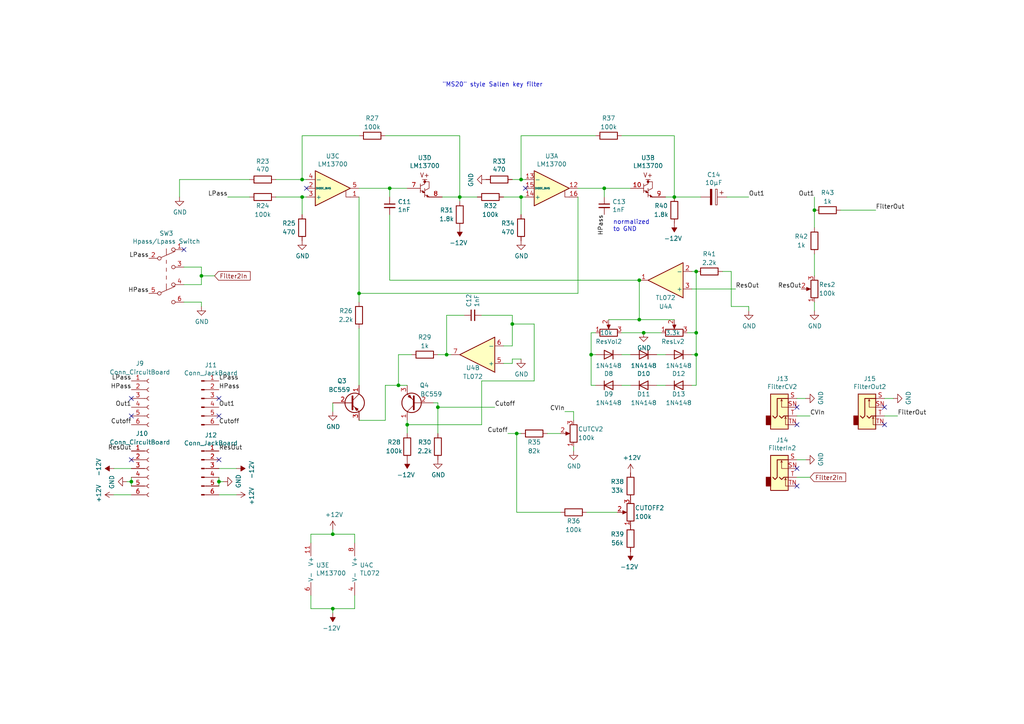
<source format=kicad_sch>
(kicad_sch (version 20211123) (generator eeschema)
  (paper "A4")
  (lib_symbols
    (symbol "Amplifier_Operational:LM13700" (pin_names (offset 0.127))
      (property "Reference" "U" (at 3.81 5.08 0))
      (property "Value" "LM13700" (at 5.08 -5.08 0))
      (symbol "LM13700_1_1"
        (polyline (pts (xy 3.81 -0.635) (xy 3.81 -2.54) (xy 5.08 -2.54)))
        (polyline (pts (xy 5.08 0) (xy -5.08 -5.08) (xy -5.08 5.08) (xy 5.08 0)) (stroke (width 0.254)) (fill (type background)))
        (pin output line (at 7.62 0 180) (length 2.54) (name "~") (number "12"))
        (pin input line (at -7.62 2.54 0) (length 2.54) (name "-") (number "13"))
        (pin input line (at -7.62 -2.54 0) (length 2.54) (name "+") (number "14"))
        (pin input line (at -7.62 0 0) (length 2.54) (name "DIODE_BIAS") (number "15"))
        (pin input line (at 7.62 -2.54 180) (length 2.54) (name "~") (number "16"))
      )
      (symbol "LM13700_2_0"
        (polyline (pts (xy -1.905 2.54) (xy -3.175 2.54)))
      )
      (symbol "LM13700_2_1"
        (circle (center -2.54 1.905) (radius 0.254) (stroke (width 0.254)) (fill (type outline)))
        (polyline (pts (xy -3.81 -0.635) (xy -2.54 -1.27)))
        (polyline (pts (xy -3.81 1.27) (xy -3.81 -1.27)))
        (polyline (pts (xy -2.54 -1.905) (xy -1.27 -2.54)))
        (polyline (pts (xy -2.54 0) (xy -2.54 -2.54)))
        (polyline (pts (xy -3.81 0.635) (xy -2.54 1.27) (xy -2.54 1.905) (xy -2.54 2.54)))
        (polyline (pts (xy -2.54 -1.27) (xy -3.175 -0.635) (xy -3.175 -1.27) (xy -2.54 -1.27)) (fill (type outline)))
        (polyline (pts (xy -2.54 -0.635) (xy -1.27 0) (xy -1.27 1.905) (xy -2.54 1.905)))
        (polyline (pts (xy -1.27 -2.54) (xy -1.905 -1.905) (xy -1.905 -2.54) (xy -1.27 -2.54)) (fill (type outline)))
        (text "V+" (at -2.54 3.81 0) (effects (font (size 1.27 1.27))))
        (pin input line (at -7.62 0 0) (length 3.81) (name "~") (number "10"))
        (pin output line (at 2.54 -2.54 180) (length 3.81) (name "~") (number "9"))
      )
      (symbol "LM13700_3_1"
        (polyline (pts (xy 3.81 -0.635) (xy 3.81 -2.54) (xy 5.08 -2.54)))
        (polyline (pts (xy 5.08 0) (xy -5.08 -5.08) (xy -5.08 5.08) (xy 5.08 0)) (stroke (width 0.254)) (fill (type background)))
        (pin input line (at 7.62 -2.54 180) (length 2.54) (name "~") (number "1"))
        (pin input line (at -7.62 0 0) (length 2.54) (name "DIODE_BIAS") (number "2"))
        (pin input line (at -7.62 -2.54 0) (length 2.54) (name "+") (number "3"))
        (pin input line (at -7.62 2.54 0) (length 2.54) (name "-") (number "4"))
        (pin output line (at 7.62 0 180) (length 2.54) (name "~") (number "5"))
      )
      (symbol "LM13700_4_0"
        (polyline (pts (xy -3.175 2.54) (xy -1.905 2.54)))
        (text "V+" (at -2.54 3.81 0) (effects (font (size 1.27 1.27))))
      )
      (symbol "LM13700_4_1"
        (circle (center -2.54 1.905) (radius 0.254) (stroke (width 0.254)) (fill (type outline)))
        (polyline (pts (xy -3.81 -0.635) (xy -2.54 -1.27)))
        (polyline (pts (xy -3.81 1.27) (xy -3.81 -1.27)))
        (polyline (pts (xy -2.54 -1.905) (xy -1.27 -2.54)))
        (polyline (pts (xy -2.54 0) (xy -2.54 -2.54)))
        (polyline (pts (xy -3.81 0.635) (xy -2.54 1.27) (xy -2.54 2.54)))
        (polyline (pts (xy -2.54 -1.27) (xy -3.175 -0.635) (xy -3.175 -1.27) (xy -2.54 -1.27)) (fill (type outline)))
        (polyline (pts (xy -2.54 -0.635) (xy -1.27 0) (xy -1.27 1.905) (xy -2.54 1.905)))
        (polyline (pts (xy -1.27 -2.54) (xy -1.905 -1.905) (xy -1.905 -2.54) (xy -1.27 -2.54)) (fill (type outline)))
        (pin input line (at -7.62 0 0) (length 3.81) (name "~") (number "7"))
        (pin output line (at 2.54 -2.54 180) (length 3.81) (name "~") (number "8"))
      )
      (symbol "LM13700_5_1"
        (pin power_in line (at -2.54 7.62 270) (length 3.81) (name "V+") (number "11"))
        (pin power_in line (at -2.54 -7.62 90) (length 3.81) (name "V-") (number "6"))
      )
    )
    (symbol "Amplifier_Operational:TL072" (pin_names (offset 0.127))
      (property "Reference" "U" (at 0 5.08 0))
      (property "Value" "TL072" (at 0 -5.08 0))
      (symbol "TL072_1_1"
        (polyline (pts (xy -5.08 5.08) (xy 5.08 0) (xy -5.08 -5.08) (xy -5.08 5.08)) (stroke (width 0.254)) (fill (type background)))
        (pin output line (at 7.62 0 180) (length 2.54) (name "~") (number "1"))
        (pin input line (at -7.62 -2.54 0) (length 2.54) (name "-") (number "2"))
        (pin input line (at -7.62 2.54 0) (length 2.54) (name "+") (number "3"))
      )
      (symbol "TL072_2_1"
        (polyline (pts (xy -5.08 5.08) (xy 5.08 0) (xy -5.08 -5.08) (xy -5.08 5.08)) (stroke (width 0.254)) (fill (type background)))
        (pin input line (at -7.62 2.54 0) (length 2.54) (name "+") (number "5"))
        (pin input line (at -7.62 -2.54 0) (length 2.54) (name "-") (number "6"))
        (pin output line (at 7.62 0 180) (length 2.54) (name "~") (number "7"))
      )
      (symbol "TL072_3_1"
        (pin power_in line (at -2.54 -7.62 90) (length 3.81) (name "V-") (number "4"))
        (pin power_in line (at -2.54 7.62 270) (length 3.81) (name "V+") (number "8"))
      )
    )
    (symbol "Connector:AudioJack2_Switch"
      (property "Reference" "J" (at 0 11.43 0))
      (property "Value" "AudioJack2_Switch" (at 0 8.89 0))
      (symbol "AudioJack2_Switch_0_1"
        (rectangle (start -2.54 0) (end -3.81 -2.54) (stroke (width 0.254)) (fill (type outline)))
        (rectangle (start 2.54 6.35) (end -2.54 -3.81) (stroke (width 0.254)) (fill (type background)))
      )
      (symbol "AudioJack2_Switch_1_1"
        (polyline (pts (xy 0.635 4.826) (xy 0.889 4.318)))
        (polyline (pts (xy 1.778 -0.254) (xy 2.032 -0.762)))
        (polyline (pts (xy 0 0) (xy 0.635 -0.635) (xy 1.27 0) (xy 2.54 0)) (stroke (width 0.254)))
        (polyline (pts (xy 2.54 -2.54) (xy 1.778 -2.54) (xy 1.778 -0.254) (xy 1.524 -0.762)))
        (polyline (pts (xy 2.54 2.54) (xy 0.635 2.54) (xy 0.635 4.826) (xy 0.381 4.318)))
        (polyline (pts (xy 2.54 5.08) (xy -0.635 5.08) (xy -0.635 0) (xy -1.27 -0.635) (xy -1.905 0)) (stroke (width 0.254)))
        (pin passive line (at 5.08 5.08 180) (length 2.54) (name "~") (number "S"))
        (pin passive line (at 5.08 2.54 180) (length 2.54) (name "~") (number "SN"))
        (pin passive line (at 5.08 0 180) (length 2.54) (name "~") (number "T"))
        (pin passive line (at 5.08 -2.54 180) (length 2.54) (name "~") (number "TN"))
      )
    )
    (symbol "Connector:Conn_01x06_Female" (pin_names (offset 1.016) hide)
      (property "Reference" "J" (at 0 7.62 0))
      (property "Value" "Conn_01x06_Female" (at 0 -10.16 0))
      (symbol "Conn_01x06_Female_1_1"
        (arc (start 0 -7.112) (mid -0.508 -7.62) (end 0 -8.128) (stroke (width 0.1524)))
        (arc (start 0 -4.572) (mid -0.508 -5.08) (end 0 -5.588) (stroke (width 0.1524)))
        (arc (start 0 -2.032) (mid -0.508 -2.54) (end 0 -3.048) (stroke (width 0.1524)))
        (polyline (pts (xy -1.27 -7.62) (xy -0.508 -7.62)) (stroke (width 0.1524)))
        (polyline (pts (xy -1.27 -5.08) (xy -0.508 -5.08)) (stroke (width 0.1524)))
        (polyline (pts (xy -1.27 -2.54) (xy -0.508 -2.54)) (stroke (width 0.1524)))
        (polyline (pts (xy -1.27 0) (xy -0.508 0)) (stroke (width 0.1524)))
        (polyline (pts (xy -1.27 2.54) (xy -0.508 2.54)) (stroke (width 0.1524)))
        (polyline (pts (xy -1.27 5.08) (xy -0.508 5.08)) (stroke (width 0.1524)))
        (arc (start 0 0.508) (mid -0.508 0) (end 0 -0.508) (stroke (width 0.1524)))
        (arc (start 0 3.048) (mid -0.508 2.54) (end 0 2.032) (stroke (width 0.1524)))
        (arc (start 0 5.588) (mid -0.508 5.08) (end 0 4.572) (stroke (width 0.1524)))
        (pin passive line (at -5.08 5.08 0) (length 3.81) (name "Pin_1") (number "1"))
        (pin passive line (at -5.08 2.54 0) (length 3.81) (name "Pin_2") (number "2"))
        (pin passive line (at -5.08 0 0) (length 3.81) (name "Pin_3") (number "3"))
        (pin passive line (at -5.08 -2.54 0) (length 3.81) (name "Pin_4") (number "4"))
        (pin passive line (at -5.08 -5.08 0) (length 3.81) (name "Pin_5") (number "5"))
        (pin passive line (at -5.08 -7.62 0) (length 3.81) (name "Pin_6") (number "6"))
      )
    )
    (symbol "Connector:Conn_01x06_Male" (pin_names (offset 1.016) hide)
      (property "Reference" "J" (at 0 7.62 0))
      (property "Value" "Conn_01x06_Male" (at 0 -10.16 0))
      (symbol "Conn_01x06_Male_1_1"
        (polyline (pts (xy 1.27 -7.62) (xy 0.8636 -7.62)) (stroke (width 0.1524)))
        (polyline (pts (xy 1.27 -5.08) (xy 0.8636 -5.08)) (stroke (width 0.1524)))
        (polyline (pts (xy 1.27 -2.54) (xy 0.8636 -2.54)) (stroke (width 0.1524)))
        (polyline (pts (xy 1.27 0) (xy 0.8636 0)) (stroke (width 0.1524)))
        (polyline (pts (xy 1.27 2.54) (xy 0.8636 2.54)) (stroke (width 0.1524)))
        (polyline (pts (xy 1.27 5.08) (xy 0.8636 5.08)) (stroke (width 0.1524)))
        (rectangle (start 0.8636 -7.493) (end 0 -7.747) (stroke (width 0.1524)) (fill (type outline)))
        (rectangle (start 0.8636 -4.953) (end 0 -5.207) (stroke (width 0.1524)) (fill (type outline)))
        (rectangle (start 0.8636 -2.413) (end 0 -2.667) (stroke (width 0.1524)) (fill (type outline)))
        (rectangle (start 0.8636 0.127) (end 0 -0.127) (stroke (width 0.1524)) (fill (type outline)))
        (rectangle (start 0.8636 2.667) (end 0 2.413) (stroke (width 0.1524)) (fill (type outline)))
        (rectangle (start 0.8636 5.207) (end 0 4.953) (stroke (width 0.1524)) (fill (type outline)))
        (pin passive line (at 5.08 5.08 180) (length 3.81) (name "Pin_1") (number "1"))
        (pin passive line (at 5.08 2.54 180) (length 3.81) (name "Pin_2") (number "2"))
        (pin passive line (at 5.08 0 180) (length 3.81) (name "Pin_3") (number "3"))
        (pin passive line (at 5.08 -2.54 180) (length 3.81) (name "Pin_4") (number "4"))
        (pin passive line (at 5.08 -5.08 180) (length 3.81) (name "Pin_5") (number "5"))
        (pin passive line (at 5.08 -7.62 180) (length 3.81) (name "Pin_6") (number "6"))
      )
    )
    (symbol "Device:CP" (pin_numbers hide) (pin_names (offset 0.254))
      (property "Reference" "C" (at 0.635 2.54 0))
      (property "Value" "Device_CP" (at 0.635 -2.54 0))
      (symbol "CP_0_1"
        (rectangle (start -2.286 0.508) (end 2.286 1.016))
        (polyline (pts (xy -1.778 2.286) (xy -0.762 2.286)))
        (polyline (pts (xy -1.27 2.794) (xy -1.27 1.778)))
        (rectangle (start 2.286 -0.508) (end -2.286 -1.016) (fill (type outline)))
      )
      (symbol "CP_1_1"
        (pin passive line (at 0 3.81 270) (length 2.794) (name "~") (number "1"))
        (pin passive line (at 0 -3.81 90) (length 2.794) (name "~") (number "2"))
      )
    )
    (symbol "Device:C_Small" (pin_numbers hide) (pin_names (offset 0.254) hide)
      (property "Reference" "C" (at 0.254 1.778 0))
      (property "Value" "C_Small" (at 0.254 -2.032 0))
      (symbol "C_Small_0_1"
        (polyline (pts (xy -1.524 -0.508) (xy 1.524 -0.508)) (stroke (width 0.3302)))
        (polyline (pts (xy -1.524 0.508) (xy 1.524 0.508)) (stroke (width 0.3048)))
      )
      (symbol "C_Small_1_1"
        (pin passive line (at 0 2.54 270) (length 2.032) (name "~") (number "1"))
        (pin passive line (at 0 -2.54 90) (length 2.032) (name "~") (number "2"))
      )
    )
    (symbol "Device:D" (pin_numbers hide) (pin_names (offset 1.016) hide)
      (property "Reference" "D" (at 0 2.54 0))
      (property "Value" "D" (at 0 -2.54 0))
      (symbol "D_0_1"
        (polyline (pts (xy -1.27 1.27) (xy -1.27 -1.27)) (stroke (width 0.254)))
        (polyline (pts (xy 1.27 0) (xy -1.27 0)))
        (polyline (pts (xy 1.27 1.27) (xy 1.27 -1.27) (xy -1.27 0) (xy 1.27 1.27)) (stroke (width 0.254)))
      )
      (symbol "D_1_1"
        (pin passive line (at -3.81 0 0) (length 2.54) (name "K") (number "1"))
        (pin passive line (at 3.81 0 180) (length 2.54) (name "A") (number "2"))
      )
    )
    (symbol "Device:R" (pin_numbers hide) (pin_names (offset 0))
      (property "Reference" "R" (at 2.032 0 90))
      (property "Value" "R" (at 0 0 90))
      (symbol "R_0_1"
        (rectangle (start -1.016 -2.54) (end 1.016 2.54) (stroke (width 0.254)))
      )
      (symbol "R_1_1"
        (pin passive line (at 0 3.81 270) (length 1.27) (name "~") (number "1"))
        (pin passive line (at 0 -3.81 90) (length 1.27) (name "~") (number "2"))
      )
    )
    (symbol "Device:R_POT" (pin_names (offset 1.016) hide)
      (property "Reference" "RV" (at -4.445 0 90))
      (property "Value" "Device_R_POT" (at -2.54 0 90))
      (symbol "R_POT_0_1"
        (polyline (pts (xy 2.54 0) (xy 1.524 0)))
        (polyline (pts (xy 1.143 0) (xy 2.286 0.508) (xy 2.286 -0.508) (xy 1.143 0)) (fill (type outline)))
        (rectangle (start 1.016 2.54) (end -1.016 -2.54) (stroke (width 0.254)))
      )
      (symbol "R_POT_1_1"
        (pin passive line (at 0 3.81 270) (length 1.27) (name "1") (number "1"))
        (pin passive line (at 3.81 0 180) (length 1.27) (name "2") (number "2"))
        (pin passive line (at 0 -3.81 90) (length 1.27) (name "3") (number "3"))
      )
    )
    (symbol "Switch:SW_Push_DPDT" (pin_names (offset 0) hide)
      (property "Reference" "SW" (at 0 8.89 0))
      (property "Value" "SW_Push_DPDT" (at 0 -10.16 0))
      (symbol "SW_Push_DPDT_0_0"
        (circle (center -2.032 -5.08) (radius 0.508))
        (circle (center -2.032 5.08) (radius 0.508))
        (circle (center 2.032 -7.62) (radius 0.508))
        (circle (center 2.032 2.54) (radius 0.508))
      )
      (symbol "SW_Push_DPDT_0_1"
        (polyline (pts (xy -1.524 -4.826) (xy 2.54 -3.048)))
        (polyline (pts (xy -1.524 5.334) (xy 2.54 7.112)))
        (polyline (pts (xy 0 -2.286) (xy 0 -4.064)))
        (polyline (pts (xy 0 -1.016) (xy 0 0)))
        (polyline (pts (xy 0 1.27) (xy 0 2.286)))
        (polyline (pts (xy 0 3.556) (xy 0 4.572)))
        (polyline (pts (xy 0 7.874) (xy 0 6.096)))
        (circle (center 2.032 -2.54) (radius 0.508))
        (circle (center 2.032 7.62) (radius 0.508))
      )
      (symbol "SW_Push_DPDT_1_1"
        (pin passive line (at 5.08 7.62 180) (length 2.54) (name "A") (number "1"))
        (pin passive line (at -5.08 5.08 0) (length 2.54) (name "B") (number "2"))
        (pin passive line (at 5.08 2.54 180) (length 2.54) (name "C") (number "3"))
        (pin passive line (at 5.08 -2.54 180) (length 2.54) (name "A") (number "4"))
        (pin passive line (at -5.08 -5.08 0) (length 2.54) (name "B") (number "5"))
        (pin passive line (at 5.08 -7.62 180) (length 2.54) (name "C") (number "6"))
      )
    )
    (symbol "Transistor_BJT:BC559" (pin_names (offset 0) hide)
      (property "Reference" "Q" (at 5.08 1.905 0))
      (property "Value" "BC559" (at 5.08 0 0))
      (symbol "BC559_0_1"
        (polyline (pts (xy 0.635 0.635) (xy 2.54 2.54)))
        (polyline (pts (xy 0.635 -0.635) (xy 2.54 -2.54) (xy 2.54 -2.54)))
        (polyline (pts (xy 0.635 1.905) (xy 0.635 -1.905) (xy 0.635 -1.905)) (stroke (width 0.508)))
        (polyline (pts (xy 2.286 -1.778) (xy 1.778 -2.286) (xy 1.27 -1.27) (xy 2.286 -1.778) (xy 2.286 -1.778)) (fill (type outline)))
        (circle (center 1.27 0) (radius 2.8194) (stroke (width 0.254)))
      )
      (symbol "BC559_1_1"
        (pin passive line (at 2.54 5.08 270) (length 2.54) (name "C") (number "1"))
        (pin input line (at -5.08 0 0) (length 5.715) (name "B") (number "2"))
        (pin passive line (at 2.54 -5.08 90) (length 2.54) (name "E") (number "3"))
      )
    )
    (symbol "power:+12V" (power) (pin_names (offset 0))
      (property "Value" "+12V" (at 0 3.556 0))
      (symbol "+12V_0_1"
        (polyline (pts (xy -0.762 1.27) (xy 0 2.54)))
        (polyline (pts (xy 0 0) (xy 0 2.54)))
        (polyline (pts (xy 0 2.54) (xy 0.762 1.27)))
      )
      (symbol "+12V_1_1"
        (pin power_in line (at 0 0 90) (length 0) hide (name "+12V") (number "1"))
      )
    )
    (symbol "power:-12V" (power) (pin_names (offset 0))
      (property "Value" "-12V" (at 0 3.81 0))
      (symbol "-12V_0_0"
        (pin power_in line (at 0 0 90) (length 0) hide (name "-12V") (number "1"))
      )
      (symbol "-12V_0_1"
        (polyline (pts (xy 0 0) (xy 0 1.27) (xy 0.762 1.27) (xy 0 2.54) (xy -0.762 1.27) (xy 0 1.27)) (fill (type outline)))
      )
    )
    (symbol "power:GND" (power) (pin_names (offset 0))
      (property "Value" "GND" (at 0 -3.81 0))
      (symbol "GND_0_1"
        (polyline (pts (xy 0 0) (xy 0 -1.27) (xy 1.27 -1.27) (xy 0 -2.54) (xy -1.27 -1.27) (xy 0 -1.27)))
      )
      (symbol "GND_1_1"
        (pin power_in line (at 0 0 270) (length 0) hide (name "GND") (number "1"))
      )
    )
  )
  (junction (at 129.54 102.87))
  (junction (at 185.42 92.71))
  (junction (at 58.42 80.01))
  (junction (at 96.52 176.53))
  (junction (at 201.93 96.52))
  (junction (at 118.11 123.19))
  (junction (at 201.93 78.74))
  (junction (at 151.13 57.15))
  (junction (at 201.93 102.87))
  (junction (at 87.63 57.15))
  (junction (at 195.58 57.15))
  (junction (at 133.35 57.15))
  (junction (at 104.14 85.09))
  (junction (at 236.22 60.96))
  (junction (at 127 118.11))
  (junction (at 151.13 52.07))
  (junction (at 63.5 139.7))
  (junction (at 186.69 96.52))
  (junction (at 115.57 111.76))
  (junction (at 175.26 54.61))
  (junction (at 148.59 93.98))
  (junction (at 38.1 139.7))
  (junction (at 87.63 52.07))
  (junction (at 185.42 81.28))
  (junction (at 171.45 102.87))
  (junction (at 149.86 125.73))
  (junction (at 96.52 154.94))
  (junction (at 113.03 54.61))
  (no_connect (at 38.1 120.65))
  (no_connect (at 38.1 133.35))
  (no_connect (at 152.4 54.61))
  (no_connect (at 256.54 118.11))
  (no_connect (at 231.14 123.19))
  (no_connect (at 63.5 115.57))
  (no_connect (at 88.9 54.61))
  (no_connect (at 231.14 135.89))
  (no_connect (at 63.5 133.35))
  (no_connect (at 231.14 118.11))
  (no_connect (at 53.34 72.39))
  (no_connect (at 231.14 140.97))
  (no_connect (at 256.54 123.19))
  (no_connect (at 38.1 115.57))
  (no_connect (at 63.5 120.65))
  (wire (pts (xy 190.5 102.87) (xy 193.04 102.87)))
  (wire (pts (xy 38.1 143.51) (xy 33.02 143.51)))
  (wire (pts (xy 111.76 111.76) (xy 115.57 111.76)))
  (wire (pts (xy 111.76 121.92) (xy 111.76 111.76)))
  (wire (pts (xy 256.54 115.57) (xy 259.08 115.57)))
  (wire (pts (xy 146.05 105.41) (xy 148.59 105.41)))
  (wire (pts (xy 115.57 102.87) (xy 115.57 111.76)))
  (wire (pts (xy 180.34 96.52) (xy 186.69 96.52)))
  (wire (pts (xy 87.63 39.37) (xy 87.63 52.07)))
  (wire (pts (xy 68.58 143.51) (xy 63.5 143.51)))
  (wire (pts (xy 133.35 39.37) (xy 111.76 39.37)))
  (wire (pts (xy 154.94 93.98) (xy 148.59 93.98)))
  (wire (pts (xy 180.34 102.87) (xy 182.88 102.87)))
  (wire (pts (xy 113.03 54.61) (xy 113.03 57.15)))
  (wire (pts (xy 88.9 52.07) (xy 87.63 52.07)))
  (wire (pts (xy 129.54 91.44) (xy 129.54 102.87)))
  (wire (pts (xy 87.63 57.15) (xy 87.63 62.23)))
  (wire (pts (xy 118.11 121.92) (xy 118.11 123.19)))
  (wire (pts (xy 243.84 60.96) (xy 254 60.96)))
  (wire (pts (xy 231.14 133.35) (xy 233.68 133.35)))
  (wire (pts (xy 172.72 102.87) (xy 171.45 102.87)))
  (wire (pts (xy 236.22 57.15) (xy 236.22 60.96)))
  (wire (pts (xy 185.42 81.28) (xy 113.03 81.28)))
  (wire (pts (xy 236.22 73.66) (xy 236.22 80.01)))
  (wire (pts (xy 58.42 82.55) (xy 53.34 82.55)))
  (wire (pts (xy 201.93 78.74) (xy 200.66 78.74)))
  (wire (pts (xy 58.42 80.01) (xy 58.42 82.55)))
  (wire (pts (xy 38.1 139.7) (xy 38.1 140.97)))
  (wire (pts (xy 236.22 90.17) (xy 236.22 87.63)))
  (wire (pts (xy 96.52 176.53) (xy 102.87 176.53)))
  (wire (pts (xy 90.17 172.72) (xy 90.17 176.53)))
  (wire (pts (xy 193.04 57.15) (xy 195.58 57.15)))
  (wire (pts (xy 151.13 52.07) (xy 152.4 52.07)))
  (wire (pts (xy 58.42 87.63) (xy 53.34 87.63)))
  (wire (pts (xy 52.07 52.07) (xy 52.07 57.15)))
  (wire (pts (xy 213.36 83.82) (xy 200.66 83.82)))
  (wire (pts (xy 62.23 80.01) (xy 58.42 80.01)))
  (wire (pts (xy 118.11 123.19) (xy 118.11 125.73)))
  (wire (pts (xy 151.13 39.37) (xy 151.13 52.07)))
  (wire (pts (xy 139.7 123.19) (xy 139.7 110.49)))
  (wire (pts (xy 58.42 77.47) (xy 58.42 80.01)))
  (wire (pts (xy 102.87 172.72) (xy 102.87 176.53)))
  (wire (pts (xy 104.14 121.92) (xy 111.76 121.92)))
  (wire (pts (xy 90.17 154.94) (xy 96.52 154.94)))
  (wire (pts (xy 193.04 111.76) (xy 190.5 111.76)))
  (wire (pts (xy 119.38 102.87) (xy 115.57 102.87)))
  (wire (pts (xy 63.5 138.43) (xy 63.5 139.7)))
  (wire (pts (xy 127 118.11) (xy 143.51 118.11)))
  (wire (pts (xy 72.39 57.15) (xy 66.04 57.15)))
  (wire (pts (xy 209.55 78.74) (xy 212.09 78.74)))
  (wire (pts (xy 171.45 96.52) (xy 171.45 102.87)))
  (wire (pts (xy 139.7 110.49) (xy 154.94 110.49)))
  (wire (pts (xy 231.14 115.57) (xy 233.68 115.57)))
  (wire (pts (xy 87.63 57.15) (xy 88.9 57.15)))
  (wire (pts (xy 201.93 96.52) (xy 199.39 96.52)))
  (wire (pts (xy 72.39 52.07) (xy 52.07 52.07)))
  (wire (pts (xy 151.13 57.15) (xy 152.4 57.15)))
  (wire (pts (xy 236.22 60.96) (xy 236.22 66.04)))
  (wire (pts (xy 113.03 54.61) (xy 118.11 54.61)))
  (wire (pts (xy 58.42 88.9) (xy 58.42 87.63)))
  (wire (pts (xy 128.27 57.15) (xy 133.35 57.15)))
  (wire (pts (xy 38.1 138.43) (xy 38.1 139.7)))
  (wire (pts (xy 200.66 102.87) (xy 201.93 102.87)))
  (wire (pts (xy 148.59 104.14) (xy 151.13 104.14)))
  (wire (pts (xy 63.5 135.89) (xy 68.58 135.89)))
  (wire (pts (xy 133.35 58.42) (xy 133.35 57.15)))
  (wire (pts (xy 148.59 91.44) (xy 139.7 91.44)))
  (wire (pts (xy 113.03 81.28) (xy 113.03 62.23)))
  (wire (pts (xy 151.13 57.15) (xy 151.13 62.23)))
  (wire (pts (xy 151.13 125.73) (xy 149.86 125.73)))
  (wire (pts (xy 234.95 138.43) (xy 231.14 138.43)))
  (wire (pts (xy 90.17 176.53) (xy 96.52 176.53)))
  (wire (pts (xy 149.86 125.73) (xy 149.86 148.59)))
  (wire (pts (xy 96.52 177.8) (xy 96.52 176.53)))
  (wire (pts (xy 201.93 78.74) (xy 201.93 96.52)))
  (wire (pts (xy 63.5 139.7) (xy 64.77 139.7)))
  (wire (pts (xy 212.09 88.9) (xy 217.17 88.9)))
  (wire (pts (xy 104.14 95.25) (xy 104.14 111.76)))
  (wire (pts (xy 201.93 111.76) (xy 200.66 111.76)))
  (wire (pts (xy 195.58 57.15) (xy 195.58 39.37)))
  (wire (pts (xy 96.52 116.84) (xy 96.52 119.38)))
  (wire (pts (xy 171.45 111.76) (xy 172.72 111.76)))
  (wire (pts (xy 234.95 120.65) (xy 231.14 120.65)))
  (wire (pts (xy 104.14 85.09) (xy 104.14 87.63)))
  (wire (pts (xy 172.72 39.37) (xy 151.13 39.37)))
  (wire (pts (xy 125.73 116.84) (xy 127 116.84)))
  (wire (pts (xy 185.42 81.28) (xy 185.42 92.71)))
  (wire (pts (xy 127 116.84) (xy 127 118.11)))
  (wire (pts (xy 96.52 153.67) (xy 96.52 154.94)))
  (wire (pts (xy 201.93 96.52) (xy 201.93 102.87)))
  (wire (pts (xy 172.72 96.52) (xy 171.45 96.52)))
  (wire (pts (xy 148.59 93.98) (xy 148.59 91.44)))
  (wire (pts (xy 146.05 100.33) (xy 148.59 100.33)))
  (wire (pts (xy 118.11 123.19) (xy 139.7 123.19)))
  (wire (pts (xy 203.2 57.15) (xy 195.58 57.15)))
  (wire (pts (xy 171.45 102.87) (xy 171.45 111.76)))
  (wire (pts (xy 151.13 57.15) (xy 146.05 57.15)))
  (wire (pts (xy 166.37 119.38) (xy 166.37 121.92)))
  (wire (pts (xy 102.87 154.94) (xy 102.87 157.48)))
  (wire (pts (xy 148.59 100.33) (xy 148.59 93.98)))
  (wire (pts (xy 149.86 148.59) (xy 162.56 148.59)))
  (wire (pts (xy 175.26 54.61) (xy 182.88 54.61)))
  (wire (pts (xy 167.64 85.09) (xy 104.14 85.09)))
  (wire (pts (xy 90.17 154.94) (xy 90.17 157.48)))
  (wire (pts (xy 127 102.87) (xy 129.54 102.87)))
  (wire (pts (xy 179.07 148.59) (xy 170.18 148.59)))
  (wire (pts (xy 38.1 135.89) (xy 33.02 135.89)))
  (wire (pts (xy 185.42 92.71) (xy 195.58 92.71)))
  (wire (pts (xy 163.83 119.38) (xy 166.37 119.38)))
  (wire (pts (xy 149.86 125.73) (xy 147.32 125.73)))
  (wire (pts (xy 134.62 91.44) (xy 129.54 91.44)))
  (wire (pts (xy 166.37 129.54) (xy 166.37 130.81)))
  (wire (pts (xy 186.69 96.52) (xy 191.77 96.52)))
  (wire (pts (xy 104.14 39.37) (xy 87.63 39.37)))
  (wire (pts (xy 80.01 57.15) (xy 87.63 57.15)))
  (wire (pts (xy 185.42 92.71) (xy 176.53 92.71)))
  (wire (pts (xy 87.63 52.07) (xy 80.01 52.07)))
  (wire (pts (xy 96.52 154.94) (xy 102.87 154.94)))
  (wire (pts (xy 167.64 54.61) (xy 175.26 54.61)))
  (wire (pts (xy 212.09 78.74) (xy 212.09 88.9)))
  (wire (pts (xy 63.5 139.7) (xy 63.5 140.97)))
  (wire (pts (xy 201.93 102.87) (xy 201.93 111.76)))
  (wire (pts (xy 127 118.11) (xy 127 125.73)))
  (wire (pts (xy 53.34 77.47) (xy 58.42 77.47)))
  (wire (pts (xy 133.35 57.15) (xy 138.43 57.15)))
  (wire (pts (xy 182.88 111.76) (xy 180.34 111.76)))
  (wire (pts (xy 133.35 57.15) (xy 133.35 39.37)))
  (wire (pts (xy 148.59 105.41) (xy 148.59 104.14)))
  (wire (pts (xy 115.57 111.76) (xy 118.11 111.76)))
  (wire (pts (xy 175.26 54.61) (xy 175.26 57.15)))
  (wire (pts (xy 129.54 102.87) (xy 130.81 102.87)))
  (wire (pts (xy 148.59 52.07) (xy 151.13 52.07)))
  (wire (pts (xy 217.17 88.9) (xy 217.17 90.17)))
  (wire (pts (xy 167.64 57.15) (xy 167.64 85.09)))
  (wire (pts (xy 104.14 54.61) (xy 113.03 54.61)))
  (wire (pts (xy 162.56 125.73) (xy 158.75 125.73)))
  (wire (pts (xy 154.94 110.49) (xy 154.94 93.98)))
  (wire (pts (xy 38.1 139.7) (xy 36.83 139.7)))
  (wire (pts (xy 260.35 120.65) (xy 256.54 120.65)))
  (wire (pts (xy 195.58 39.37) (xy 180.34 39.37)))
  (wire (pts (xy 210.82 57.15) (xy 217.17 57.15)))
  (wire (pts (xy 104.14 85.09) (xy 104.14 57.15)))
  (text "normalized \nto GND" (at 177.8 67.31 0) (effects (font (size 1.27 1.27)) (justify left bottom)))
  (text "\"MS20\" style Sallen key filter" (at 128.27 25.4 0) (effects (font (size 1.27 1.27)) (justify left bottom)))
  (label "HPass" (at 43.18 85.09 180))
  (label "ResOut" (at 38.1 130.81 180))
  (label "Cutoff" (at 38.1 123.19 180))
  (label "FilterOut" (at 254 60.96 0))
  (label "ResOut" (at 232.41 83.82 180))
  (label "Cutoff" (at 143.51 118.11 0))
  (label "CVIn" (at 234.95 120.65 0))
  (label "Cutoff" (at 63.5 123.19 0))
  (label "ResOut" (at 213.36 83.82 0))
  (label "LPass" (at 38.1 110.49 180))
  (label "LPass" (at 63.5 110.49 0))
  (label "FilterOut" (at 260.35 120.65 0))
  (label "ResOut" (at 63.5 130.81 0))
  (label "Out1" (at 63.5 118.11 0))
  (label "Out1" (at 217.17 57.15 0))
  (label "Cutoff" (at 147.32 125.73 180))
  (label "LPass" (at 43.18 74.93 180))
  (label "HPass" (at 38.1 113.03 180))
  (label "CVIn" (at 163.83 119.38 180))
  (label "HPass" (at 63.5 113.03 0))
  (label "HPass" (at 175.26 62.23 270))
  (label "LPass" (at 66.04 57.15 180))
  (label "Out1" (at 38.1 118.11 180))
  (label "Out1" (at 236.22 57.15 180))
  (global_label "Filter2In" (shape input) (at 62.23 80.01 0) (property "Intersheet References" "${INTERSHEET_REFS}" (effects hide)))
  (global_label "Filter2In" (shape input) (at 234.95 138.43 0) (property "Intersheet References" "${INTERSHEET_REFS}" (effects hide)))
  (symbol (lib_id "Amplifier_Operational:LM13700") (at 190.5 54.61 0) (unit 2)
    (property "Reference" "U3" (at 187.96 45.7708 0))
    (property "Value" "LM13700" (at 187.96 48.0822 0))
    (property "Footprint" "Package_DIP:DIP-16_W7.62mm_Socket" (effects hide))
    (property "Datasheet" "http://www.ti.com/lit/ds/symlink/lm13700.pdf" (effects hide))
  )
  (symbol (lib_id "Amplifier_Operational:TL072") (at 193.04 81.28 180) (unit 1)
    (property "Reference" "U4" (at 193.04 88.9 0))
    (property "Value" "TL072" (at 193.04 86.36 0))
    (property "Footprint" "Package_DIP:DIP-8_W7.62mm_Socket" (effects hide))
    (property "Datasheet" "http://www.ti.com/lit/ds/symlink/tl071.pdf" (effects hide))
  )
  (symbol (lib_id "Amplifier_Operational:TL072") (at 138.43 102.87 180) (unit 2)
    (property "Reference" "U4" (at 137.16 106.68 0))
    (property "Value" "TL072" (at 137.16 109.22 0))
    (property "Footprint" "Package_DIP:DIP-8_W7.62mm_Socket" (effects hide))
    (property "Datasheet" "http://www.ti.com/lit/ds/symlink/tl071.pdf" (effects hide))
  )
  (symbol (lib_id "Amplifier_Operational:LM13700") (at 125.73 54.61 0) (unit 4)
    (property "Reference" "U3" (at 123.19 45.7708 0))
    (property "Value" "LM13700" (at 123.19 48.0822 0))
    (property "Footprint" "Package_DIP:DIP-16_W7.62mm_Socket" (effects hide))
    (property "Datasheet" "http://www.ti.com/lit/ds/symlink/lm13700.pdf" (effects hide))
  )
  (symbol (lib_id "Amplifier_Operational:LM13700") (at 96.52 54.61 0) (unit 3)
    (property "Reference" "U3" (at 96.52 45.2882 0))
    (property "Value" "LM13700" (at 96.52 47.5996 0))
    (property "Footprint" "Package_DIP:DIP-16_W7.62mm_Socket" (effects hide))
    (property "Datasheet" "http://www.ti.com/lit/ds/symlink/lm13700.pdf" (effects hide))
  )
  (symbol (lib_id "Device:R") (at 76.2 57.15 90) (unit 1)
    (property "Reference" "R24" (at 76.2 59.69 90))
    (property "Value" "100k" (at 76.2 62.23 90))
    (property "Footprint" "Resistor_THT:R_Axial_DIN0207_L6.3mm_D2.5mm_P10.16mm_Horizontal" (effects hide))
  )
  (symbol (lib_id "Device:R") (at 76.2 52.07 90) (unit 1)
    (property "Reference" "R23" (at 76.2 46.8122 90))
    (property "Value" "470" (at 76.2 49.1236 90))
    (property "Footprint" "Resistor_THT:R_Axial_DIN0207_L6.3mm_D2.5mm_P10.16mm_Horizontal" (effects hide))
  )
  (symbol (lib_id "Device:R") (at 87.63 66.04 180) (unit 1)
    (property "Reference" "R25" (at 83.82 64.77 0))
    (property "Value" "470" (at 83.82 67.31 0))
    (property "Footprint" "Resistor_THT:R_Axial_DIN0207_L6.3mm_D2.5mm_P10.16mm_Horizontal" (effects hide))
  )
  (symbol (lib_id "power:GND") (at 87.63 69.85 0) (unit 1)
    (property "Reference" "#PWR045" (effects hide))
    (property "Value" "GND" (at 87.757 74.2442 0))
  )
  (symbol (lib_id "power:GND") (at 52.07 57.15 0) (unit 1)
    (property "Reference" "#PWR040" (effects hide))
    (property "Value" "GND" (at 52.197 61.5442 0))
  )
  (symbol (lib_id "Switch:SW_Push_DPDT") (at 48.26 80.01 0) (unit 1)
    (property "Reference" "SW3" (at 48.26 67.691 0))
    (property "Value" "Hpass/Lpass Switch" (at 48.26 70.0024 0))
    (property "Footprint" "Synth:SW_DPDT_Toggle" (effects hide))
  )
  (symbol (lib_id "Device:R") (at 107.95 39.37 90) (unit 1)
    (property "Reference" "R27" (at 107.95 34.29 90))
    (property "Value" "100k" (at 107.95 36.83 90))
    (property "Footprint" "Resistor_THT:R_Axial_DIN0207_L6.3mm_D2.5mm_P10.16mm_Horizontal" (effects hide))
  )
  (symbol (lib_id "Amplifier_Operational:LM13700") (at 160.02 54.61 0) (unit 1)
    (property "Reference" "U3" (at 160.02 45.2882 0))
    (property "Value" "LM13700" (at 160.02 47.5996 0))
    (property "Footprint" "Package_DIP:DIP-16_W7.62mm_Socket" (effects hide))
    (property "Datasheet" "http://www.ti.com/lit/ds/symlink/lm13700.pdf" (effects hide))
  )
  (symbol (lib_id "Device:R") (at 133.35 62.23 180) (unit 1)
    (property "Reference" "R31" (at 129.54 60.96 0))
    (property "Value" "1.8k" (at 129.54 63.5 0))
    (property "Footprint" "Resistor_THT:R_Axial_DIN0207_L6.3mm_D2.5mm_P10.16mm_Horizontal" (effects hide))
  )
  (symbol (lib_id "power:-12V") (at 133.35 66.04 180) (unit 1)
    (property "Reference" "#PWR049" (effects hide))
    (property "Value" "-12V" (at 132.969 70.4342 0))
  )
  (symbol (lib_id "Device:R") (at 144.78 52.07 90) (unit 1)
    (property "Reference" "R33" (at 144.78 46.8122 90))
    (property "Value" "470" (at 144.78 49.1236 90))
    (property "Footprint" "Resistor_THT:R_Axial_DIN0207_L6.3mm_D2.5mm_P10.16mm_Horizontal" (effects hide))
  )
  (symbol (lib_id "power:GND") (at 140.97 52.07 270) (unit 1)
    (property "Reference" "#PWR050" (effects hide))
    (property "Value" "GND" (at 136.5758 52.197 0))
  )
  (symbol (lib_id "Device:R") (at 176.53 39.37 90) (unit 1)
    (property "Reference" "R37" (at 176.53 34.29 90))
    (property "Value" "100k" (at 176.53 36.83 90))
    (property "Footprint" "Resistor_THT:R_Axial_DIN0207_L6.3mm_D2.5mm_P10.16mm_Horizontal" (effects hide))
  )
  (symbol (lib_id "Device:R") (at 142.24 57.15 90) (unit 1)
    (property "Reference" "R32" (at 142.24 59.69 90))
    (property "Value" "100k" (at 142.24 62.23 90))
    (property "Footprint" "Resistor_THT:R_Axial_DIN0207_L6.3mm_D2.5mm_P10.16mm_Horizontal" (effects hide))
  )
  (symbol (lib_id "Device:R") (at 151.13 66.04 180) (unit 1)
    (property "Reference" "R34" (at 147.32 64.77 0))
    (property "Value" "470" (at 147.32 67.31 0))
    (property "Footprint" "Resistor_THT:R_Axial_DIN0207_L6.3mm_D2.5mm_P10.16mm_Horizontal" (effects hide))
  )
  (symbol (lib_id "power:GND") (at 151.13 69.85 0) (unit 1)
    (property "Reference" "#PWR051" (effects hide))
    (property "Value" "GND" (at 151.257 74.2442 0))
  )
  (symbol (lib_id "Device:C_Small") (at 175.26 59.69 0) (unit 1)
    (property "Reference" "C13" (at 177.5968 58.5216 0) (effects (justify left)))
    (property "Value" "1nF" (at 177.5968 60.833 0) (effects (justify left)))
    (property "Footprint" "Capacitor_THT:C_Disc_D7.0mm_W2.5mm_P5.00mm" (effects hide))
  )
  (symbol (lib_id "power:GND") (at 58.42 88.9 0) (unit 1)
    (property "Reference" "#PWR041" (effects hide))
    (property "Value" "GND" (at 58.547 93.2942 0))
  )
  (symbol (lib_id "Device:C_Small") (at 113.03 59.69 0) (unit 1)
    (property "Reference" "C11" (at 115.3668 58.5216 0) (effects (justify left)))
    (property "Value" "1nF" (at 115.3668 60.833 0) (effects (justify left)))
    (property "Footprint" "Capacitor_THT:C_Disc_D7.0mm_W2.5mm_P5.00mm" (effects hide))
  )
  (symbol (lib_id "Device:R") (at 195.58 60.96 180) (unit 1)
    (property "Reference" "R40" (at 191.77 59.69 0))
    (property "Value" "1.8k" (at 191.77 62.23 0))
    (property "Footprint" "Resistor_THT:R_Axial_DIN0207_L6.3mm_D2.5mm_P10.16mm_Horizontal" (effects hide))
  )
  (symbol (lib_id "power:-12V") (at 195.58 64.77 180) (unit 1)
    (property "Reference" "#PWR057" (effects hide))
    (property "Value" "-12V" (at 195.199 69.1642 0))
  )
  (symbol (lib_id "Device:CP") (at 207.01 57.15 270) (unit 1)
    (property "Reference" "C14" (at 207.01 50.673 90))
    (property "Value" "10µF" (at 207.01 52.9844 90))
    (property "Footprint" "Capacitor_THT:CP_Radial_D5.0mm_P2.00mm" (effects hide))
  )
  (symbol (lib_id "Device:R") (at 240.03 60.96 270) (unit 1)
    (property "Reference" "R43" (at 240.03 55.88 90))
    (property "Value" "1k" (at 240.03 58.42 90))
    (property "Footprint" "Resistor_THT:R_Axial_DIN0207_L6.3mm_D2.5mm_P10.16mm_Horizontal" (effects hide))
  )
  (symbol (lib_id "Device:R") (at 236.22 69.85 180) (unit 1)
    (property "Reference" "R42" (at 232.41 68.58 0))
    (property "Value" "1k" (at 232.41 71.12 0))
    (property "Footprint" "Resistor_THT:R_Axial_DIN0207_L6.3mm_D2.5mm_P10.16mm_Horizontal" (effects hide))
  )
  (symbol (lib_id "Device:R_POT") (at 236.22 83.82 180) (unit 1)
    (property "Reference" "Res2" (at 237.49 82.55 0) (effects (justify right)))
    (property "Value" "100k" (at 237.49 85.09 0) (effects (justify right)))
    (property "Footprint" "Potentiometer_THT:Potentiometer_Bourns_PTV09A-1_Single_Vertical" (effects hide))
  )
  (symbol (lib_id "power:GND") (at 217.17 90.17 0) (unit 1)
    (property "Reference" "#PWR058" (effects hide))
    (property "Value" "GND" (at 217.297 94.5642 0))
  )
  (symbol (lib_id "Device:R") (at 205.74 78.74 270) (unit 1)
    (property "Reference" "R41" (at 205.74 73.66 90))
    (property "Value" "2.2k" (at 205.74 76.2 90))
    (property "Footprint" "Resistor_THT:R_Axial_DIN0207_L6.3mm_D2.5mm_P10.16mm_Horizontal" (effects hide))
  )
  (symbol (lib_id "Device:D") (at 196.85 111.76 0) (unit 1)
    (property "Reference" "D13" (at 196.85 114.3 0))
    (property "Value" "1N4148" (at 196.85 116.84 0))
    (property "Footprint" "Diode_THT:D_DO-35_SOD27_P7.62mm_Horizontal" (effects hide))
  )
  (symbol (lib_id "Device:D") (at 186.69 111.76 0) (unit 1)
    (property "Reference" "D11" (at 186.69 114.3 0))
    (property "Value" "1N4148" (at 186.69 116.84 0))
    (property "Footprint" "Diode_THT:D_DO-35_SOD27_P7.62mm_Horizontal" (effects hide))
  )
  (symbol (lib_id "Device:D") (at 176.53 111.76 0) (unit 1)
    (property "Reference" "D9" (at 176.53 114.3 0))
    (property "Value" "1N4148" (at 176.53 116.84 0))
    (property "Footprint" "Diode_THT:D_DO-35_SOD27_P7.62mm_Horizontal" (effects hide))
  )
  (symbol (lib_id "Device:D") (at 176.53 102.87 180) (unit 1)
    (property "Reference" "D8" (at 176.53 108.3818 0))
    (property "Value" "1N4148" (at 176.53 106.0704 0))
    (property "Footprint" "Diode_THT:D_DO-35_SOD27_P7.62mm_Horizontal" (effects hide))
  )
  (symbol (lib_id "Device:D") (at 186.69 102.87 180) (unit 1)
    (property "Reference" "D10" (at 186.69 108.3818 0))
    (property "Value" "1N4148" (at 186.69 106.0704 0))
    (property "Footprint" "Diode_THT:D_DO-35_SOD27_P7.62mm_Horizontal" (effects hide))
  )
  (symbol (lib_id "Device:D") (at 196.85 102.87 180) (unit 1)
    (property "Reference" "D12" (at 196.85 108.3818 0))
    (property "Value" "1N4148" (at 196.85 106.0704 0))
    (property "Footprint" "Diode_THT:D_DO-35_SOD27_P7.62mm_Horizontal" (effects hide))
  )
  (symbol (lib_id "Device:R") (at 104.14 91.44 180) (unit 1)
    (property "Reference" "R26" (at 100.33 90.17 0))
    (property "Value" "2.2k" (at 100.33 92.71 0))
    (property "Footprint" "Resistor_THT:R_Axial_DIN0207_L6.3mm_D2.5mm_P10.16mm_Horizontal" (effects hide))
  )
  (symbol (lib_id "Device:R_POT") (at 182.88 148.59 180) (unit 1)
    (property "Reference" "CUTOFF2" (at 184.15 147.32 0) (effects (justify right)))
    (property "Value" "100k" (at 184.15 149.86 0) (effects (justify right)))
    (property "Footprint" "Potentiometer_THT:Potentiometer_Bourns_PTV09A-1_Single_Vertical" (effects hide))
  )
  (symbol (lib_id "power:-12V") (at 182.88 160.02 180) (unit 1)
    (property "Reference" "#PWR055" (effects hide))
    (property "Value" "-12V" (at 182.499 164.4142 0))
  )
  (symbol (lib_id "Device:R") (at 182.88 156.21 180) (unit 1)
    (property "Reference" "R39" (at 179.07 154.94 0))
    (property "Value" "56k" (at 179.07 157.48 0))
    (property "Footprint" "Resistor_THT:R_Axial_DIN0207_L6.3mm_D2.5mm_P10.16mm_Horizontal" (effects hide))
  )
  (symbol (lib_id "Device:R") (at 182.88 140.97 180) (unit 1)
    (property "Reference" "R38" (at 179.07 139.7 0))
    (property "Value" "33k" (at 179.07 142.24 0))
    (property "Footprint" "Resistor_THT:R_Axial_DIN0207_L6.3mm_D2.5mm_P10.16mm_Horizontal" (effects hide))
  )
  (symbol (lib_id "power:+12V") (at 182.88 137.16 0) (unit 1)
    (property "Reference" "#PWR054" (effects hide))
    (property "Value" "+12V" (at 183.261 132.7658 0))
  )
  (symbol (lib_id "Device:R") (at 166.37 148.59 90) (unit 1)
    (property "Reference" "R36" (at 166.37 151.13 90))
    (property "Value" "100k" (at 166.37 153.67 90))
    (property "Footprint" "Resistor_THT:R_Axial_DIN0207_L6.3mm_D2.5mm_P10.16mm_Horizontal" (effects hide))
  )
  (symbol (lib_id "Device:R_POT") (at 166.37 125.73 180) (unit 1)
    (property "Reference" "CUTCV2" (at 167.64 124.46 0) (effects (justify right)))
    (property "Value" "100k" (at 167.64 127 0) (effects (justify right)))
    (property "Footprint" "Potentiometer_THT:Potentiometer_Bourns_PTV09A-1_Single_Vertical" (effects hide))
  )
  (symbol (lib_id "power:GND") (at 166.37 130.81 0) (unit 1)
    (property "Reference" "#PWR053" (effects hide))
    (property "Value" "GND" (at 166.497 135.2042 0))
  )
  (symbol (lib_id "Device:R") (at 154.94 125.73 90) (unit 1)
    (property "Reference" "R35" (at 154.94 128.27 90))
    (property "Value" "82k" (at 154.94 130.81 90))
    (property "Footprint" "Resistor_THT:R_Axial_DIN0207_L6.3mm_D2.5mm_P10.16mm_Horizontal" (effects hide))
  )
  (symbol (lib_id "Device:R") (at 118.11 129.54 180) (unit 1)
    (property "Reference" "R28" (at 114.3 128.27 0))
    (property "Value" "100k" (at 114.3 130.81 0))
    (property "Footprint" "Resistor_THT:R_Axial_DIN0207_L6.3mm_D2.5mm_P10.16mm_Horizontal" (effects hide))
  )
  (symbol (lib_id "power:-12V") (at 118.11 133.35 180) (unit 1)
    (property "Reference" "#PWR047" (effects hide))
    (property "Value" "-12V" (at 117.729 137.7442 0))
  )
  (symbol (lib_id "Device:R") (at 127 129.54 180) (unit 1)
    (property "Reference" "R30" (at 123.19 128.27 0))
    (property "Value" "2.2k" (at 123.19 130.81 0))
    (property "Footprint" "Resistor_THT:R_Axial_DIN0207_L6.3mm_D2.5mm_P10.16mm_Horizontal" (effects hide))
  )
  (symbol (lib_id "power:GND") (at 127 133.35 0) (unit 1)
    (property "Reference" "#PWR048" (effects hide))
    (property "Value" "GND" (at 127.127 137.7442 0))
  )
  (symbol (lib_id "Transistor_BJT:BC559") (at 101.6 116.84 0) (unit 1)
    (property "Reference" "Q3" (at 97.79 110.49 0) (effects (justify left)))
    (property "Value" "BC559" (at 95.25 113.03 0) (effects (justify left)))
    (property "Footprint" "Package_TO_SOT_THT:TO-92_Inline" (effects hide))
    (property "Datasheet" "https://www.onsemi.com/pub/Collateral/BC556BTA-D.pdf" (effects hide))
  )
  (symbol (lib_id "Transistor_BJT:BC559") (at 120.65 116.84 180) (unit 1)
    (property "Reference" "Q4" (at 124.46 111.76 0) (effects (justify left)))
    (property "Value" "BC559" (at 128.27 114.3 0) (effects (justify left)))
    (property "Footprint" "Package_TO_SOT_THT:TO-92_Inline" (effects hide))
    (property "Datasheet" "https://www.onsemi.com/pub/Collateral/BC556BTA-D.pdf" (effects hide))
  )
  (symbol (lib_id "power:GND") (at 96.52 119.38 0) (unit 1)
    (property "Reference" "#PWR046" (effects hide))
    (property "Value" "GND" (at 96.647 123.7742 0))
  )
  (symbol (lib_id "Device:R") (at 123.19 102.87 90) (unit 1)
    (property "Reference" "R29" (at 123.19 97.79 90))
    (property "Value" "1k" (at 123.19 100.33 90))
    (property "Footprint" "Resistor_THT:R_Axial_DIN0207_L6.3mm_D2.5mm_P10.16mm_Horizontal" (effects hide))
  )
  (symbol (lib_id "power:GND") (at 151.13 104.14 0) (unit 1)
    (property "Reference" "#PWR052" (effects hide))
    (property "Value" "GND" (at 151.257 108.5342 0))
  )
  (symbol (lib_id "Device:C_Small") (at 137.16 91.44 90) (unit 1)
    (property "Reference" "C12" (at 135.9916 89.1032 0) (effects (justify left)))
    (property "Value" "1nF" (at 138.303 89.1032 0) (effects (justify left)))
    (property "Footprint" "Capacitor_THT:C_Disc_D7.0mm_W2.5mm_P5.00mm" (effects hide))
  )
  (symbol (lib_id "power:GND") (at 236.22 90.17 0) (unit 1)
    (property "Reference" "#PWR061" (effects hide))
    (property "Value" "GND" (at 236.347 94.5642 0))
  )
  (symbol (lib_id "Device:R_POT") (at 195.58 96.52 90) (unit 1)
    (property "Reference" "ResLv2" (at 191.77 99.06 90) (effects (justify right)))
    (property "Value" "3.3k" (at 193.04 96.52 90) (effects (justify right)))
    (property "Footprint" "Potentiometer_THT:Potentiometer_Bourns_3386C_Horizontal" (effects hide))
  )
  (symbol (lib_id "power:GND") (at 186.69 96.52 0) (unit 1)
    (property "Reference" "#PWR056" (effects hide))
    (property "Value" "GND" (at 186.817 100.9142 0))
  )
  (symbol (lib_id "Device:R_POT") (at 176.53 96.52 90) (unit 1)
    (property "Reference" "ResVol2" (at 172.72 99.06 90) (effects (justify right)))
    (property "Value" "10k" (at 173.99 96.52 90) (effects (justify right)))
    (property "Footprint" "Potentiometer_THT:Potentiometer_Bourns_3386C_Horizontal" (effects hide))
  )
  (symbol (lib_id "Amplifier_Operational:LM13700") (at 92.71 165.1 0) (unit 5)
    (property "Reference" "U3" (at 91.6432 163.9316 0) (effects (justify left)))
    (property "Value" "LM13700" (at 91.6432 166.243 0) (effects (justify left)))
    (property "Footprint" "Package_DIP:DIP-16_W7.62mm_Socket" (effects hide))
    (property "Datasheet" "http://www.ti.com/lit/ds/symlink/lm13700.pdf" (effects hide))
  )
  (symbol (lib_id "power:-12V") (at 96.52 177.8 180) (unit 1)
    (property "Reference" "#PWR066" (effects hide))
    (property "Value" "-12V" (at 96.139 182.1942 0))
  )
  (symbol (lib_id "power:+12V") (at 96.52 153.67 0) (unit 1)
    (property "Reference" "#PWR065" (effects hide))
    (property "Value" "+12V" (at 96.901 149.2758 0))
  )
  (symbol (lib_id "Amplifier_Operational:TL072") (at 105.41 165.1 0) (unit 3)
    (property "Reference" "U4" (at 104.3432 163.9316 0) (effects (justify left)))
    (property "Value" "TL072" (at 104.3432 166.243 0) (effects (justify left)))
    (property "Footprint" "Package_DIP:DIP-8_W7.62mm_Socket" (effects hide))
    (property "Datasheet" "http://www.ti.com/lit/ds/symlink/tl071.pdf" (effects hide))
  )
  (symbol (lib_id "Connector:AudioJack2_Switch") (at 226.06 120.65 0) (unit 1)
    (property "Reference" "J13" (at 226.8728 109.855 0))
    (property "Value" "FilterCV2" (at 226.8728 112.1664 0))
    (property "Footprint" "Connector_Audio:Jack_3.5mm_QingPu_WQP-PJ398SM_Vertical_CircularHoles" (effects hide))
  )
  (symbol (lib_id "power:GND") (at 233.68 115.57 90) (unit 1)
    (property "Reference" "#PWR059" (effects hide))
    (property "Value" "GND" (at 238.0742 115.443 0))
  )
  (symbol (lib_id "Connector:AudioJack2_Switch") (at 251.46 120.65 0) (unit 1)
    (property "Reference" "J15" (at 252.2728 109.855 0))
    (property "Value" "FilterOut2" (at 252.2728 112.1664 0))
    (property "Footprint" "Connector_Audio:Jack_3.5mm_QingPu_WQP-PJ398SM_Vertical_CircularHoles" (effects hide))
  )
  (symbol (lib_id "power:GND") (at 259.08 115.57 90) (unit 1)
    (property "Reference" "#PWR064" (effects hide))
    (property "Value" "GND" (at 263.4742 115.443 0))
  )
  (symbol (lib_id "Connector:AudioJack2_Switch") (at 226.06 138.43 0) (unit 1)
    (property "Reference" "J14" (at 226.8728 127.635 0))
    (property "Value" "FilterIn2" (at 226.8728 129.9464 0))
    (property "Footprint" "Connector_Audio:Jack_3.5mm_QingPu_WQP-PJ398SM_Vertical_CircularHoles" (effects hide))
  )
  (symbol (lib_id "power:GND") (at 233.68 133.35 90) (unit 1)
    (property "Reference" "#PWR060" (effects hide))
    (property "Value" "GND" (at 238.0742 133.223 0))
  )
  (symbol (lib_id "power:+12V") (at 68.58 143.51 270) (unit 1)
    (property "Reference" "#PWR044" (effects hide))
    (property "Value" "+12V" (at 72.9742 143.891 0))
  )
  (symbol (lib_id "power:+12V") (at 33.02 143.51 90) (unit 1)
    (property "Reference" "#PWR038" (effects hide))
    (property "Value" "+12V" (at 28.6258 143.129 0))
  )
  (symbol (lib_id "power:-12V") (at 68.58 135.89 270) (unit 1)
    (property "Reference" "#PWR043" (effects hide))
    (property "Value" "-12V" (at 72.9742 136.271 0))
  )
  (symbol (lib_id "power:-12V") (at 33.02 135.89 90) (unit 1)
    (property "Reference" "#PWR037" (effects hide))
    (property "Value" "-12V" (at 28.6258 135.509 0))
  )
  (symbol (lib_id "power:GND") (at 36.83 139.7 270) (unit 1)
    (property "Reference" "#PWR039" (effects hide))
    (property "Value" "GND" (at 32.4358 139.827 0))
  )
  (symbol (lib_id "power:GND") (at 64.77 139.7 90) (unit 1)
    (property "Reference" "#PWR042" (effects hide))
    (property "Value" "GND" (at 69.1642 139.573 0))
  )
  (symbol (lib_id "Connector:Conn_01x06_Female") (at 43.18 115.57 0) (unit 1)
    (property "Reference" "J9" (at 39.37 105.41 0) (effects (justify left)))
    (property "Value" "Conn_CircuitBoard" (at 31.75 107.95 0) (effects (justify left)))
    (property "Footprint" "Connector_PinSocket_2.54mm:PinSocket_1x06_P2.54mm_Vertical" (effects hide))
  )
  (symbol (lib_id "Connector:Conn_01x06_Male") (at 58.42 115.57 0) (unit 1)
    (property "Reference" "J11" (at 61.1632 105.8926 0))
    (property "Value" "Conn_JackBoard" (at 61.1632 108.204 0))
    (property "Footprint" "Connector_PinHeader_2.54mm:PinHeader_1x06_P2.54mm_Vertical" (effects hide))
  )
  (symbol (lib_id "Connector:Conn_01x06_Male") (at 58.42 135.89 0) (unit 1)
    (property "Reference" "J12" (at 61.1632 126.2126 0))
    (property "Value" "Conn_JackBoard" (at 61.1632 128.524 0))
    (property "Footprint" "Connector_PinHeader_2.54mm:PinHeader_1x06_P2.54mm_Vertical" (effects hide))
  )
  (symbol (lib_id "Connector:Conn_01x06_Female") (at 43.18 135.89 0) (unit 1)
    (property "Reference" "J10" (at 39.37 125.73 0) (effects (justify left)))
    (property "Value" "Conn_CircuitBoard" (at 31.75 128.27 0) (effects (justify left)))
    (property "Footprint" "Connector_PinSocket_2.54mm:PinSocket_1x06_P2.54mm_Vertical" (effects hide))
  )
)
</source>
